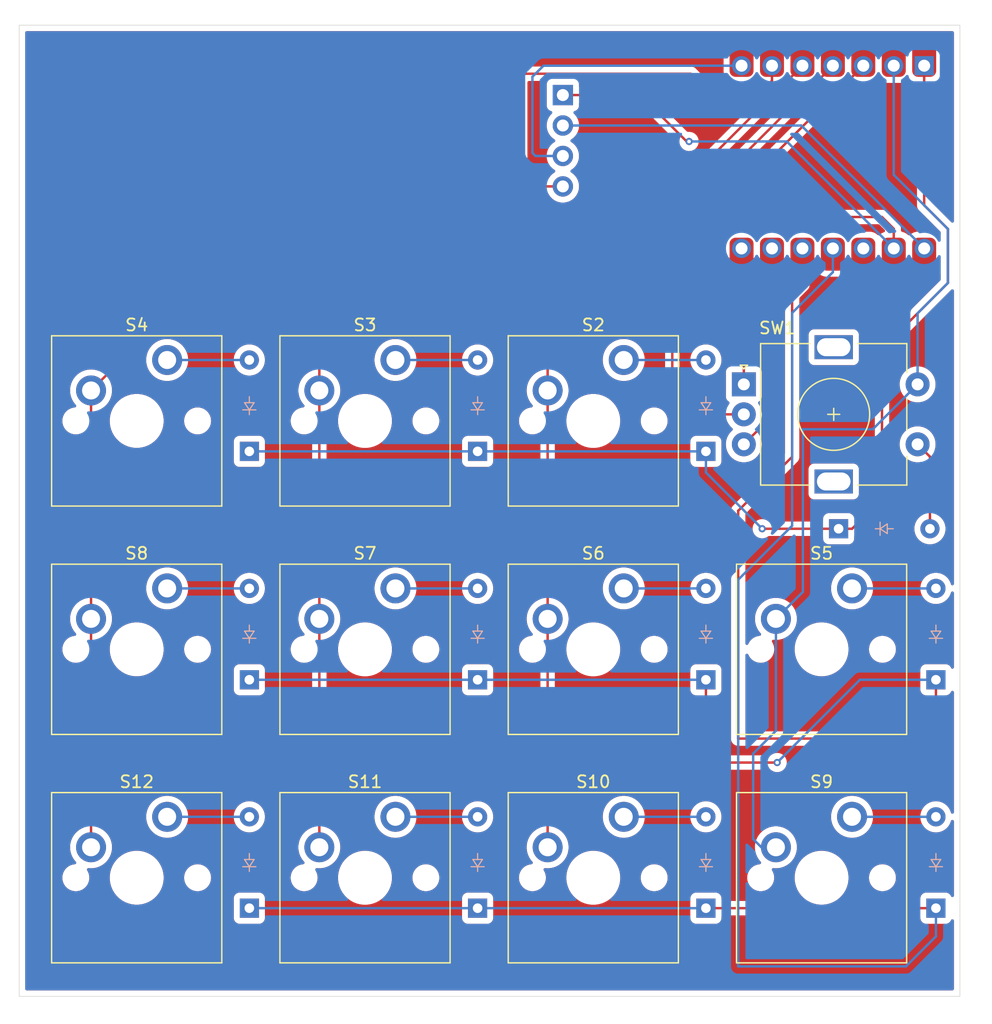
<source format=kicad_pcb>
(kicad_pcb (version 20241229) (generator "pcbnew") (generator_version "9.0")
  (layers (0 "F.Cu" signal) (2 "B.Cu" signal) (13 "F.Paste" user) (15 "B.Paste" user) (5 "F.SilkS" user "F.Silkscreen") (7 "B.SilkS" user "B.Silkscreen") (1 "F.Mask" user) (3 "B.Mask" user) (25 "Edge.Cuts" user))
  (net 0 "")
  (net 1 "Row 0")
  (net 2 "Net-(D2-A)")
  (net 3 "Net-(D3-A)")
  (net 4 "Net-(D4-A)")
  (net 5 "Net-(D5-A)")
  (net 6 "Row 1")
  (net 7 "Net-(D6-A)")
  (net 8 "Net-(D7-A)")
  (net 9 "Net-(D8-A)")
  (net 10 "Net-(D9-A)")
  (net 11 "Row 2")
  (net 12 "Net-(D10-A)")
  (net 13 "Net-(D11-A)")
  (net 14 "Net-(D12-A)")
  (net 15 "Col 0")
  (net 16 "Col 1")
  (net 17 "Col 2")
  (net 18 "Col 3")
  (net 20 "EC1SWA")
  (net 21 "GND")
  (net 22 "SDA")
  (net 23 "SCL")
  (net 24 "VCC")
  (net 25 "EC1A")
  (net 26 "EC1B")
  (footprint "PCM_Switch_Keyboard_Cherry_MX:SW_Cherry_MX_PCB_1.00u" (layer "F.Cu") (at 133.223 154.051)
    (property "Reference" "S5" (at 0 -8 0) (layer "F.SilkS"))
    (property "Value" "~")
    (fp_line (start -7.1 -7.1) (end -7.1 7.1) (stroke (width 0.12)) (layer "F.SilkS"))
    (fp_line (start -7.1 7.1) (end 7.1 7.1) (stroke (width 0.12)) (layer "F.SilkS"))
    (fp_line (start 7.1 -7.1) (end -7.1 -7.1) (stroke (width 0.12)) (layer "F.SilkS"))
    (fp_line (start 7.1 7.1) (end 7.1 -7.1) (stroke (width 0.12)) (layer "F.SilkS"))
    (pad "" np_thru_hole circle (at -5.08 0) (size 1.75 1.75) (drill 1.75) (layers "*.Cu" "*.Mask"))
    (pad "" np_thru_hole circle (at 0 0) (size 4 4) (drill 4) (layers "*.Cu" "*.Mask"))
    (pad "" np_thru_hole circle (at 5.08 0) (size 1.75 1.75) (drill 1.75) (layers "*.Cu" "*.Mask"))
    (pad "1" thru_hole circle (at -3.81 -2.54) (size 2.5 2.5) (drill 1.5) (layers "*.Cu" "*.Mask") (net 15 "Col 0"))
    (pad "2" thru_hole circle (at 2.54 -5.08) (size 2.5 2.5) (drill 1.5) (layers "*.Cu" "*.Mask") (net 5 "Net-(D5-A)"))
  )
  (footprint "Rotary_Encoder:RotaryEncoder_Alps_EC11E-Switch_Vertical_H20mm" (layer "F.Cu") (at 126.735 131.953)
    (property "Reference" "SW1" (at 2.8 -4.7 0) (layer "F.SilkS"))
    (property "Value" "RotaryEncoder_Switch")
    (fp_line (start -0.3 -1.6) (end 0.3 -1.6) (stroke (width 0.12)) (layer "F.SilkS"))
    (fp_line (start 0 -1.3) (end -0.3 -1.6) (stroke (width 0.12)) (layer "F.SilkS"))
    (fp_line (start 0.3 -1.6) (end 0 -1.3) (stroke (width 0.12)) (layer "F.SilkS"))
    (fp_line (start 1.4 -3.4) (end 1.4 8.4) (stroke (width 0.12)) (layer "F.SilkS"))
    (fp_line (start 5.5 -3.4) (end 1.4 -3.4) (stroke (width 0.12)) (layer "F.SilkS"))
    (fp_line (start 5.5 8.4) (end 1.4 8.4) (stroke (width 0.12)) (layer "F.SilkS"))
    (fp_line (start 7 2.5) (end 8 2.5) (stroke (width 0.12)) (layer "F.SilkS"))
    (fp_line (start 7.5 2) (end 7.5 3) (stroke (width 0.12)) (layer "F.SilkS"))
    (fp_line (start 9.5 -3.4) (end 13.6 -3.4) (stroke (width 0.12)) (layer "F.SilkS"))
    (fp_line (start 13.6 -3.4) (end 13.6 -1) (stroke (width 0.12)) (layer "F.SilkS"))
    (fp_line (start 13.6 1.2) (end 13.6 3.8) (stroke (width 0.12)) (layer "F.SilkS"))
    (fp_line (start 13.6 6) (end 13.6 8.4) (stroke (width 0.12)) (layer "F.SilkS"))
    (fp_line (start 13.6 8.4) (end 9.5 8.4) (stroke (width 0.12)) (layer "F.SilkS"))
    (fp_circle (center 7.5 2.5) (end 10.5 2.5) (stroke (width 0.12)) (fill no) (layer "F.SilkS"))
    (pad "A" thru_hole rect (at 0 0) (size 2 2) (drill 1) (layers "*.Cu" "*.Mask") (net 25 "EC1A"))
    (pad "B" thru_hole circle (at 0 5) (size 2 2) (drill 1) (layers "*.Cu" "*.Mask") (net 26 "EC1B"))
    (pad "C" thru_hole circle (at 0 2.5) (size 2 2) (drill 1) (layers "*.Cu" "*.Mask") (net 21 "GND"))
    (pad "MP" thru_hole rect (at 7.5 -3.1) (size 3.2 2) (drill oval 2.8 1.5) (layers "*.Cu" "*.Mask"))
    (pad "MP" thru_hole rect (at 7.5 8.1) (size 3.2 2) (drill oval 2.8 1.5) (layers "*.Cu" "*.Mask"))
    (pad "S1" thru_hole circle (at 14.5 5) (size 2 2) (drill 1) (layers "*.Cu" "*.Mask") (net 20 "EC1SWA"))
    (pad "S2" thru_hole circle (at 14.5 0) (size 2 2) (drill 1) (layers "*.Cu" "*.Mask") (net 15 "Col 0"))
  )
  (footprint "PCM_Switch_Keyboard_Cherry_MX:SW_Cherry_MX_PCB_1.00u" (layer "F.Cu") (at 114.173 154.051)
    (property "Reference" "S6" (at 0 -8 0) (layer "F.SilkS"))
    (property "Value" "~")
    (fp_line (start -7.1 -7.1) (end -7.1 7.1) (stroke (width 0.12)) (layer "F.SilkS"))
    (fp_line (start -7.1 7.1) (end 7.1 7.1) (stroke (width 0.12)) (layer "F.SilkS"))
    (fp_line (start 7.1 -7.1) (end -7.1 -7.1) (stroke (width 0.12)) (layer "F.SilkS"))
    (fp_line (start 7.1 7.1) (end 7.1 -7.1) (stroke (width 0.12)) (layer "F.SilkS"))
    (pad "" np_thru_hole circle (at -5.08 0) (size 1.75 1.75) (drill 1.75) (layers "*.Cu" "*.Mask"))
    (pad "" np_thru_hole circle (at 0 0) (size 4 4) (drill 4) (layers "*.Cu" "*.Mask"))
    (pad "" np_thru_hole circle (at 5.08 0) (size 1.75 1.75) (drill 1.75) (layers "*.Cu" "*.Mask"))
    (pad "1" thru_hole circle (at -3.81 -2.54) (size 2.5 2.5) (drill 1.5) (layers "*.Cu" "*.Mask") (net 16 "Col 1"))
    (pad "2" thru_hole circle (at 2.54 -5.08) (size 2.5 2.5) (drill 1.5) (layers "*.Cu" "*.Mask") (net 7 "Net-(D6-A)"))
  )
  (footprint "PCM_Switch_Keyboard_Cherry_MX:SW_Cherry_MX_PCB_1.00u" (layer "F.Cu") (at 76.073 135.001)
    (property "Reference" "S4" (at 0 -8 0) (layer "F.SilkS"))
    (property "Value" "~")
    (fp_line (start -7.1 -7.1) (end -7.1 7.1) (stroke (width 0.12)) (layer "F.SilkS"))
    (fp_line (start -7.1 7.1) (end 7.1 7.1) (stroke (width 0.12)) (layer "F.SilkS"))
    (fp_line (start 7.1 -7.1) (end -7.1 -7.1) (stroke (width 0.12)) (layer "F.SilkS"))
    (fp_line (start 7.1 7.1) (end 7.1 -7.1) (stroke (width 0.12)) (layer "F.SilkS"))
    (pad "" np_thru_hole circle (at -5.08 0) (size 1.75 1.75) (drill 1.75) (layers "*.Cu" "*.Mask"))
    (pad "" np_thru_hole circle (at 0 0) (size 4 4) (drill 4) (layers "*.Cu" "*.Mask"))
    (pad "" np_thru_hole circle (at 5.08 0) (size 1.75 1.75) (drill 1.75) (layers "*.Cu" "*.Mask"))
    (pad "1" thru_hole circle (at -3.81 -2.54) (size 2.5 2.5) (drill 1.5) (layers "*.Cu" "*.Mask") (net 18 "Col 3"))
    (pad "2" thru_hole circle (at 2.54 -5.08) (size 2.5 2.5) (drill 1.5) (layers "*.Cu" "*.Mask") (net 4 "Net-(D4-A)"))
  )
  (footprint "PCM_Switch_Keyboard_Cherry_MX:SW_Cherry_MX_PCB_1.00u" (layer "F.Cu") (at 114.173 173.101)
    (property "Reference" "S10" (at 0 -8 0) (layer "F.SilkS"))
    (property "Value" "~")
    (fp_line (start -7.1 -7.1) (end -7.1 7.1) (stroke (width 0.12)) (layer "F.SilkS"))
    (fp_line (start -7.1 7.1) (end 7.1 7.1) (stroke (width 0.12)) (layer "F.SilkS"))
    (fp_line (start 7.1 -7.1) (end -7.1 -7.1) (stroke (width 0.12)) (layer "F.SilkS"))
    (fp_line (start 7.1 7.1) (end 7.1 -7.1) (stroke (width 0.12)) (layer "F.SilkS"))
    (pad "" np_thru_hole circle (at -5.08 0) (size 1.75 1.75) (drill 1.75) (layers "*.Cu" "*.Mask"))
    (pad "" np_thru_hole circle (at 0 0) (size 4 4) (drill 4) (layers "*.Cu" "*.Mask"))
    (pad "" np_thru_hole circle (at 5.08 0) (size 1.75 1.75) (drill 1.75) (layers "*.Cu" "*.Mask"))
    (pad "1" thru_hole circle (at -3.81 -2.54) (size 2.5 2.5) (drill 1.5) (layers "*.Cu" "*.Mask") (net 16 "Col 1"))
    (pad "2" thru_hole circle (at 2.54 -5.08) (size 2.5 2.5) (drill 1.5) (layers "*.Cu" "*.Mask") (net 12 "Net-(D10-A)"))
  )
  (footprint "ScottoKeebs_MCU:Seeed_XIAO_RP2040" (layer "F.Cu") (at 134.165 112.995 -90)
    (property "Reference" "U1" (hide yes))
    (property "Value" "XIAO-RP2040-DIP")
    (pad "1" smd roundrect (at -8.065 -7.62 270) (size 2.75 2) (layers "F.Cu" "F.Mask" "F.Paste") (net 1 "Row 0"))
    (pad "1" thru_hole rect (at -7.62 -7.62) (size 1.6 1.6) (drill 1) (layers "*.Cu" "*.Mask") (net 1 "Row 0"))
    (pad "2" smd roundrect (at -8.065 -5.08 270) (size 2.75 2) (layers "F.Cu" "F.Mask" "F.Paste") (net 15 "Col 0"))
    (pad "2" thru_hole circle (at -7.62 -5.08) (size 1.6 1.6) (drill 1) (layers "*.Cu" "*.Mask") (net 15 "Col 0"))
    (pad "3" smd roundrect (at -8.065 -2.54 270) (size 2.75 2) (layers "F.Cu" "F.Mask" "F.Paste") (net 16 "Col 1"))
    (pad "3" thru_hole circle (at -7.62 -2.54) (size 1.6 1.6) (drill 1) (layers "*.Cu" "*.Mask") (net 16 "Col 1"))
    (pad "4" smd roundrect (at -8.065 0 270) (size 2.75 2) (layers "F.Cu" "F.Mask" "F.Paste") (net 17 "Col 2"))
    (pad "4" thru_hole circle (at -7.62 0) (size 1.6 1.6) (drill 1) (layers "*.Cu" "*.Mask") (net 17 "Col 2"))
    (pad "5" smd roundrect (at -8.065 2.54 270) (size 2.75 2) (layers "F.Cu" "F.Mask" "F.Paste") (net 18 "Col 3"))
    (pad "5" thru_hole circle (at -7.62 2.54) (size 1.6 1.6) (drill 1) (layers "*.Cu" "*.Mask") (net 18 "Col 3"))
    (pad "6" smd roundrect (at -8.065 5.08 270) (size 2.75 2) (layers "F.Cu" "F.Mask" "F.Paste") (net 22 "SDA"))
    (pad "6" thru_hole circle (at -7.62 5.08) (size 1.6 1.6) (drill 1) (layers "*.Cu" "*.Mask") (net 22 "SDA"))
    (pad "7" smd roundrect (at -8.065 7.62 270) (size 2.75 2) (layers "F.Cu" "F.Mask" "F.Paste") (net 23 "SCL"))
    (pad "7" thru_hole circle (at -7.62 7.62) (size 1.6 1.6) (drill 1) (layers "*.Cu" "*.Mask") (net 23 "SCL"))
    (pad "8" thru_hole circle (at 7.62 7.62) (size 1.6 1.6) (drill 1) (layers "*.Cu" "*.Mask") (net 25 "EC1A"))
    (pad "8" smd roundrect (at 8.1 7.62 270) (size 2.75 2) (layers "F.Cu" "F.Mask" "F.Paste") (net 25 "EC1A"))
    (pad "9" thru_hole circle (at 7.62 5.08) (size 1.6 1.6) (drill 1) (layers "*.Cu" "*.Mask") (net 26 "EC1B"))
    (pad "9" smd roundrect (at 8.1 5.08 270) (size 2.75 2) (layers "F.Cu" "F.Mask" "F.Paste") (net 26 "EC1B"))
    (pad "10" thru_hole circle (at 7.62 2.54) (size 1.6 1.6) (drill 1) (layers "*.Cu" "*.Mask") (net 6 "Row 1"))
    (pad "10" smd roundrect (at 8.1 2.54 270) (size 2.75 2) (layers "F.Cu" "F.Mask" "F.Paste") (net 6 "Row 1"))
    (pad "11" thru_hole circle (at 7.62 0) (size 1.6 1.6) (drill 1) (layers "*.Cu" "*.Mask") (net 11 "Row 2"))
    (pad "11" smd roundrect (at 8.1 0 270) (size 2.75 2) (layers "F.Cu" "F.Mask" "F.Paste") (net 11 "Row 2"))
    (pad "12" thru_hole circle (at 7.62 -2.54) (size 1.6 1.6) (drill 1) (layers "*.Cu" "*.Mask"))
    (pad "12" smd roundrect (at 8.1 -2.54 270) (size 2.75 2) (layers "F.Cu" "F.Mask" "F.Paste"))
    (pad "13" thru_hole circle (at 7.62 -5.08) (size 1.6 1.6) (drill 1) (layers "*.Cu" "*.Mask") (net 21 "GND"))
    (pad "13" smd roundrect (at 8.1 -5.08 270) (size 2.75 2) (layers "F.Cu" "F.Mask" "F.Paste") (net 21 "GND"))
    (pad "14" thru_hole circle (at 7.62 -7.62) (size 1.6 1.6) (drill 1) (layers "*.Cu" "*.Mask") (net 24 "VCC"))
    (pad "14" smd roundrect (at 8.1 -7.62 270) (size 2.75 2) (layers "F.Cu" "F.Mask" "F.Paste") (net 24 "VCC"))
  )
  (footprint "PCM_Switch_Keyboard_Cherry_MX:SW_Cherry_MX_PCB_1.00u" (layer "F.Cu") (at 133.223 173.101)
    (property "Reference" "S9" (at 0 -8 0) (layer "F.SilkS"))
    (property "Value" "~")
    (fp_line (start -7.1 -7.1) (end -7.1 7.1) (stroke (width 0.12)) (layer "F.SilkS"))
    (fp_line (start -7.1 7.1) (end 7.1 7.1) (stroke (width 0.12)) (layer "F.SilkS"))
    (fp_line (start 7.1 -7.1) (end -7.1 -7.1) (stroke (width 0.12)) (layer "F.SilkS"))
    (fp_line (start 7.1 7.1) (end 7.1 -7.1) (stroke (width 0.12)) (layer "F.SilkS"))
    (pad "" np_thru_hole circle (at -5.08 0) (size 1.75 1.75) (drill 1.75) (layers "*.Cu" "*.Mask"))
    (pad "" np_thru_hole circle (at 0 0) (size 4 4) (drill 4) (layers "*.Cu" "*.Mask"))
    (pad "" np_thru_hole circle (at 5.08 0) (size 1.75 1.75) (drill 1.75) (layers "*.Cu" "*.Mask"))
    (pad "1" thru_hole circle (at -3.81 -2.54) (size 2.5 2.5) (drill 1.5) (layers "*.Cu" "*.Mask") (net 15 "Col 0"))
    (pad "2" thru_hole circle (at 2.54 -5.08) (size 2.5 2.5) (drill 1.5) (layers "*.Cu" "*.Mask") (net 10 "Net-(D9-A)"))
  )
  (footprint "PCM_Switch_Keyboard_Cherry_MX:SW_Cherry_MX_PCB_1.00u" (layer "F.Cu") (at 76.073 154.051)
    (property "Reference" "S8" (at 0 -8 0) (layer "F.SilkS"))
    (property "Value" "~")
    (fp_line (start -7.1 -7.1) (end -7.1 7.1) (stroke (width 0.12)) (layer "F.SilkS"))
    (fp_line (start -7.1 7.1) (end 7.1 7.1) (stroke (width 0.12)) (layer "F.SilkS"))
    (fp_line (start 7.1 -7.1) (end -7.1 -7.1) (stroke (width 0.12)) (layer "F.SilkS"))
    (fp_line (start 7.1 7.1) (end 7.1 -7.1) (stroke (width 0.12)) (layer "F.SilkS"))
    (pad "" np_thru_hole circle (at -5.08 0) (size 1.75 1.75) (drill 1.75) (layers "*.Cu" "*.Mask"))
    (pad "" np_thru_hole circle (at 0 0) (size 4 4) (drill 4) (layers "*.Cu" "*.Mask"))
    (pad "" np_thru_hole circle (at 5.08 0) (size 1.75 1.75) (drill 1.75) (layers "*.Cu" "*.Mask"))
    (pad "1" thru_hole circle (at -3.81 -2.54) (size 2.5 2.5) (drill 1.5) (layers "*.Cu" "*.Mask") (net 18 "Col 3"))
    (pad "2" thru_hole circle (at 2.54 -5.08) (size 2.5 2.5) (drill 1.5) (layers "*.Cu" "*.Mask") (net 9 "Net-(D8-A)"))
  )
  (footprint "PCM_Switch_Keyboard_Cherry_MX:SW_Cherry_MX_PCB_1.00u" (layer "F.Cu") (at 95.123 173.101)
    (property "Reference" "S11" (at 0 -8 0) (layer "F.SilkS"))
    (property "Value" "~")
    (fp_line (start -7.1 -7.1) (end -7.1 7.1) (stroke (width 0.12)) (layer "F.SilkS"))
    (fp_line (start -7.1 7.1) (end 7.1 7.1) (stroke (width 0.12)) (layer "F.SilkS"))
    (fp_line (start 7.1 -7.1) (end -7.1 -7.1) (stroke (width 0.12)) (layer "F.SilkS"))
    (fp_line (start 7.1 7.1) (end 7.1 -7.1) (stroke (width 0.12)) (layer "F.SilkS"))
    (pad "" np_thru_hole circle (at -5.08 0) (size 1.75 1.75) (drill 1.75) (layers "*.Cu" "*.Mask"))
    (pad "" np_thru_hole circle (at 0 0) (size 4 4) (drill 4) (layers "*.Cu" "*.Mask"))
    (pad "" np_thru_hole circle (at 5.08 0) (size 1.75 1.75) (drill 1.75) (layers "*.Cu" "*.Mask"))
    (pad "1" thru_hole circle (at -3.81 -2.54) (size 2.5 2.5) (drill 1.5) (layers "*.Cu" "*.Mask") (net 17 "Col 2"))
    (pad "2" thru_hole circle (at 2.54 -5.08) (size 2.5 2.5) (drill 1.5) (layers "*.Cu" "*.Mask") (net 13 "Net-(D11-A)"))
  )
  (footprint "PCM_Switch_Keyboard_Cherry_MX:SW_Cherry_MX_PCB_1.00u" (layer "F.Cu") (at 114.173 135.001)
    (property "Reference" "S2" (at 0 -8 0) (layer "F.SilkS"))
    (property "Value" "~")
    (fp_line (start -7.1 -7.1) (end -7.1 7.1) (stroke (width 0.12)) (layer "F.SilkS"))
    (fp_line (start -7.1 7.1) (end 7.1 7.1) (stroke (width 0.12)) (layer "F.SilkS"))
    (fp_line (start 7.1 -7.1) (end -7.1 -7.1) (stroke (width 0.12)) (layer "F.SilkS"))
    (fp_line (start 7.1 7.1) (end 7.1 -7.1) (stroke (width 0.12)) (layer "F.SilkS"))
    (pad "" np_thru_hole circle (at -5.08 0) (size 1.75 1.75) (drill 1.75) (layers "*.Cu" "*.Mask"))
    (pad "" np_thru_hole circle (at 0 0) (size 4 4) (drill 4) (layers "*.Cu" "*.Mask"))
    (pad "" np_thru_hole circle (at 5.08 0) (size 1.75 1.75) (drill 1.75) (layers "*.Cu" "*.Mask"))
    (pad "1" thru_hole circle (at -3.81 -2.54) (size 2.5 2.5) (drill 1.5) (layers "*.Cu" "*.Mask") (net 16 "Col 1"))
    (pad "2" thru_hole circle (at 2.54 -5.08) (size 2.5 2.5) (drill 1.5) (layers "*.Cu" "*.Mask") (net 2 "Net-(D2-A)"))
  )
  (footprint "ScottoKeebs_Components:OLED_128x32" (layer "F.Cu") (at 113.233 117.623 180)
    (property "Reference" "J1" (hide yes))
    (property "Value" "OLED_128x32")
    (pad "1" thru_hole rect (at 1.6 9.8) (size 1.7 1.7) (drill 1) (layers "*.Cu" "*.Mask") (net 21 "GND"))
    (pad "2" thru_hole oval (at 1.6 7.26) (size 1.7 1.7) (drill 1) (layers "*.Cu" "*.Mask") (net 24 "VCC"))
    (pad "3" thru_hole oval (at 1.6 4.72) (size 1.7 1.7) (drill 1) (layers "*.Cu" "*.Mask") (net 23 "SCL"))
    (pad "4" thru_hole oval (at 1.6 2.18) (size 1.7 1.7) (drill 1) (layers "*.Cu" "*.Mask") (net 22 "SDA"))
  )
  (footprint "PCM_Switch_Keyboard_Cherry_MX:SW_Cherry_MX_PCB_1.00u" (layer "F.Cu") (at 76.073 173.101)
    (property "Reference" "S12" (at 0 -8 0) (layer "F.SilkS"))
    (property "Value" "~")
    (fp_line (start -7.1 -7.1) (end -7.1 7.1) (stroke (width 0.12)) (layer "F.SilkS"))
    (fp_line (start -7.1 7.1) (end 7.1 7.1) (stroke (width 0.12)) (layer "F.SilkS"))
    (fp_line (start 7.1 -7.1) (end -7.1 -7.1) (stroke (width 0.12)) (layer "F.SilkS"))
    (fp_line (start 7.1 7.1) (end 7.1 -7.1) (stroke (width 0.12)) (layer "F.SilkS"))
    (pad "" np_thru_hole circle (at -5.08 0) (size 1.75 1.75) (drill 1.75) (layers "*.Cu" "*.Mask"))
    (pad "" np_thru_hole circle (at 0 0) (size 4 4) (drill 4) (layers "*.Cu" "*.Mask"))
    (pad "" np_thru_hole circle (at 5.08 0) (size 1.75 1.75) (drill 1.75) (layers "*.Cu" "*.Mask"))
    (pad "1" thru_hole circle (at -3.81 -2.54) (size 2.5 2.5) (drill 1.5) (layers "*.Cu" "*.Mask") (net 18 "Col 3"))
    (pad "2" thru_hole circle (at 2.54 -5.08) (size 2.5 2.5) (drill 1.5) (layers "*.Cu" "*.Mask") (net 14 "Net-(D12-A)"))
  )
  (footprint "PCM_Switch_Keyboard_Cherry_MX:SW_Cherry_MX_PCB_1.00u" (layer "F.Cu") (at 95.123 154.051)
    (property "Reference" "S7" (at 0 -8 0) (layer "F.SilkS"))
    (property "Value" "~")
    (fp_line (start -7.1 -7.1) (end -7.1 7.1) (stroke (width 0.12)) (layer "F.SilkS"))
    (fp_line (start -7.1 7.1) (end 7.1 7.1) (stroke (width 0.12)) (layer "F.SilkS"))
    (fp_line (start 7.1 -7.1) (end -7.1 -7.1) (stroke (width 0.12)) (layer "F.SilkS"))
    (fp_line (start 7.1 7.1) (end 7.1 -7.1) (stroke (width 0.12)) (layer "F.SilkS"))
    (pad "" np_thru_hole circle (at -5.08 0) (size 1.75 1.75) (drill 1.75) (layers "*.Cu" "*.Mask"))
    (pad "" np_thru_hole circle (at 0 0) (size 4 4) (drill 4) (layers "*.Cu" "*.Mask"))
    (pad "" np_thru_hole circle (at 5.08 0) (size 1.75 1.75) (drill 1.75) (layers "*.Cu" "*.Mask"))
    (pad "1" thru_hole circle (at -3.81 -2.54) (size 2.5 2.5) (drill 1.5) (layers "*.Cu" "*.Mask") (net 17 "Col 2"))
    (pad "2" thru_hole circle (at 2.54 -5.08) (size 2.5 2.5) (drill 1.5) (layers "*.Cu" "*.Mask") (net 8 "Net-(D7-A)"))
  )
  (footprint "PCM_Switch_Keyboard_Cherry_MX:SW_Cherry_MX_PCB_1.00u" (layer "F.Cu") (at 95.123 135.001)
    (property "Reference" "S3" (at 0 -8 0) (layer "F.SilkS"))
    (property "Value" "~")
    (fp_line (start -7.1 -7.1) (end -7.1 7.1) (stroke (width 0.12)) (layer "F.SilkS"))
    (fp_line (start -7.1 7.1) (end 7.1 7.1) (stroke (width 0.12)) (layer "F.SilkS"))
    (fp_line (start 7.1 -7.1) (end -7.1 -7.1) (stroke (width 0.12)) (layer "F.SilkS"))
    (fp_line (start 7.1 7.1) (end 7.1 -7.1) (stroke (width 0.12)) (layer "F.SilkS"))
    (pad "" np_thru_hole circle (at -5.08 0) (size 1.75 1.75) (drill 1.75) (layers "*.Cu" "*.Mask"))
    (pad "" np_thru_hole circle (at 0 0) (size 4 4) (drill 4) (layers "*.Cu" "*.Mask"))
    (pad "" np_thru_hole circle (at 5.08 0) (size 1.75 1.75) (drill 1.75) (layers "*.Cu" "*.Mask"))
    (pad "1" thru_hole circle (at -3.81 -2.54) (size 2.5 2.5) (drill 1.5) (layers "*.Cu" "*.Mask") (net 17 "Col 2"))
    (pad "2" thru_hole circle (at 2.54 -5.08) (size 2.5 2.5) (drill 1.5) (layers "*.Cu" "*.Mask") (net 3 "Net-(D3-A)"))
  )
  (footprint "ScottoKeebs_Components:Diode_DO-35" (layer "B.Cu") (at 85.471 156.591 90)
    (property "Reference" "D8" (hide yes))
    (property "Value" "~" (hide yes))
    (fp_line (start 4.06 -0.4) (end 3.46 0) (stroke (width 0.1)) (layer "B.SilkS"))
    (fp_line (start 4.06 0) (end 4.56 0) (stroke (width 0.1)) (layer "B.SilkS"))
    (fp_line (start 3.46 0) (end 4.06 0.4) (stroke (width 0.1)) (layer "B.SilkS"))
    (fp_line (start 3.06 0) (end 3.46 0) (stroke (width 0.1)) (layer "B.SilkS"))
    (fp_line (start 4.06 0.4) (end 4.06 -0.4) (stroke (width 0.1)) (layer "B.SilkS"))
    (fp_line (start 3.46 0.55) (end 3.46 -0.55) (stroke (width 0.1)) (layer "B.SilkS"))
    (pad "1" thru_hole rect (at 0 0 90) (size 1.6 1.6) (drill 0.8) (layers "*.Cu" "*.Mask") (net 6 "Row 1"))
    (pad "2" thru_hole oval (at 7.62 0 90) (size 1.6 1.6) (drill 0.8) (layers "*.Cu" "*.Mask") (net 9 "Net-(D8-A)"))
  )
  (footprint "ScottoKeebs_Components:Diode_DO-35" (layer "B.Cu") (at 142.765 175.641 90)
    (property "Reference" "D9" (hide yes))
    (property "Value" "~" (hide yes))
    (fp_line (start 4.06 -0.4) (end 3.46 0) (stroke (width 0.1)) (layer "B.SilkS"))
    (fp_line (start 4.06 0) (end 4.56 0) (stroke (width 0.1)) (layer "B.SilkS"))
    (fp_line (start 3.46 0) (end 4.06 0.4) (stroke (width 0.1)) (layer "B.SilkS"))
    (fp_line (start 3.06 0) (end 3.46 0) (stroke (width 0.1)) (layer "B.SilkS"))
    (fp_line (start 4.06 0.4) (end 4.06 -0.4) (stroke (width 0.1)) (layer "B.SilkS"))
    (fp_line (start 3.46 0.55) (end 3.46 -0.55) (stroke (width 0.1)) (layer "B.SilkS"))
    (pad "1" thru_hole rect (at 0 0 90) (size 1.6 1.6) (drill 0.8) (layers "*.Cu" "*.Mask") (net 11 "Row 2"))
    (pad "2" thru_hole oval (at 7.62 0 90) (size 1.6 1.6) (drill 0.8) (layers "*.Cu" "*.Mask") (net 10 "Net-(D9-A)"))
  )
  (footprint "ScottoKeebs_Components:Diode_DO-35" (layer "B.Cu") (at 104.521 175.641 90)
    (property "Reference" "D11" (hide yes))
    (property "Value" "~" (hide yes))
    (fp_line (start 4.06 -0.4) (end 3.46 0) (stroke (width 0.1)) (layer "B.SilkS"))
    (fp_line (start 4.06 0) (end 4.56 0) (stroke (width 0.1)) (layer "B.SilkS"))
    (fp_line (start 3.46 0) (end 4.06 0.4) (stroke (width 0.1)) (layer "B.SilkS"))
    (fp_line (start 3.06 0) (end 3.46 0) (stroke (width 0.1)) (layer "B.SilkS"))
    (fp_line (start 4.06 0.4) (end 4.06 -0.4) (stroke (width 0.1)) (layer "B.SilkS"))
    (fp_line (start 3.46 0.55) (end 3.46 -0.55) (stroke (width 0.1)) (layer "B.SilkS"))
    (pad "1" thru_hole rect (at 0 0 90) (size 1.6 1.6) (drill 0.8) (layers "*.Cu" "*.Mask") (net 11 "Row 2"))
    (pad "2" thru_hole oval (at 7.62 0 90) (size 1.6 1.6) (drill 0.8) (layers "*.Cu" "*.Mask") (net 13 "Net-(D11-A)"))
  )
  (footprint "ScottoKeebs_Components:Diode_DO-35" (layer "B.Cu") (at 104.521 137.541 90)
    (property "Reference" "D3" (hide yes))
    (property "Value" "~" (hide yes))
    (fp_line (start 4.06 -0.4) (end 3.46 0) (stroke (width 0.1)) (layer "B.SilkS"))
    (fp_line (start 4.06 0) (end 4.56 0) (stroke (width 0.1)) (layer "B.SilkS"))
    (fp_line (start 3.46 0) (end 4.06 0.4) (stroke (width 0.1)) (layer "B.SilkS"))
    (fp_line (start 3.06 0) (end 3.46 0) (stroke (width 0.1)) (layer "B.SilkS"))
    (fp_line (start 4.06 0.4) (end 4.06 -0.4) (stroke (width 0.1)) (layer "B.SilkS"))
    (fp_line (start 3.46 0.55) (end 3.46 -0.55) (stroke (width 0.1)) (layer "B.SilkS"))
    (pad "1" thru_hole rect (at 0 0 90) (size 1.6 1.6) (drill 0.8) (layers "*.Cu" "*.Mask") (net 1 "Row 0"))
    (pad "2" thru_hole oval (at 7.62 0 90) (size 1.6 1.6) (drill 0.8) (layers "*.Cu" "*.Mask") (net 3 "Net-(D3-A)"))
  )
  (footprint "ScottoKeebs_Components:Diode_DO-35" (layer "B.Cu") (at 142.765 156.591 90)
    (property "Reference" "D5" (hide yes))
    (property "Value" "~" (hide yes))
    (fp_line (start 4.06 -0.4) (end 3.46 0) (stroke (width 0.1)) (layer "B.SilkS"))
    (fp_line (start 4.06 0) (end 4.56 0) (stroke (width 0.1)) (layer "B.SilkS"))
    (fp_line (start 3.46 0) (end 4.06 0.4) (stroke (width 0.1)) (layer "B.SilkS"))
    (fp_line (start 3.06 0) (end 3.46 0) (stroke (width 0.1)) (layer "B.SilkS"))
    (fp_line (start 4.06 0.4) (end 4.06 -0.4) (stroke (width 0.1)) (layer "B.SilkS"))
    (fp_line (start 3.46 0.55) (end 3.46 -0.55) (stroke (width 0.1)) (layer "B.SilkS"))
    (pad "1" thru_hole rect (at 0 0 90) (size 1.6 1.6) (drill 0.8) (layers "*.Cu" "*.Mask") (net 6 "Row 1"))
    (pad "2" thru_hole oval (at 7.62 0 90) (size 1.6 1.6) (drill 0.8) (layers "*.Cu" "*.Mask") (net 5 "Net-(D5-A)"))
  )
  (footprint "ScottoKeebs_Components:Diode_DO-35" (layer "B.Cu") (at 85.471 137.541 90)
    (property "Reference" "D4" (hide yes))
    (property "Value" "~" (hide yes))
    (fp_line (start 4.06 -0.4) (end 3.46 0) (stroke (width 0.1)) (layer "B.SilkS"))
    (fp_line (start 4.06 0) (end 4.56 0) (stroke (width 0.1)) (layer "B.SilkS"))
    (fp_line (start 3.46 0) (end 4.06 0.4) (stroke (width 0.1)) (layer "B.SilkS"))
    (fp_line (start 3.06 0) (end 3.46 0) (stroke (width 0.1)) (layer "B.SilkS"))
    (fp_line (start 4.06 0.4) (end 4.06 -0.4) (stroke (width 0.1)) (layer "B.SilkS"))
    (fp_line (start 3.46 0.55) (end 3.46 -0.55) (stroke (width 0.1)) (layer "B.SilkS"))
    (pad "1" thru_hole rect (at 0 0 90) (size 1.6 1.6) (drill 0.8) (layers "*.Cu" "*.Mask") (net 1 "Row 0"))
    (pad "2" thru_hole oval (at 7.62 0 90) (size 1.6 1.6) (drill 0.8) (layers "*.Cu" "*.Mask") (net 4 "Net-(D4-A)"))
  )
  (footprint "ScottoKeebs_Components:Diode_DO-35" (layer "B.Cu") (at 123.571 175.641 90)
    (property "Reference" "D10" (hide yes))
    (property "Value" "~" (hide yes))
    (fp_line (start 4.06 -0.4) (end 3.46 0) (stroke (width 0.1)) (layer "B.SilkS"))
    (fp_line (start 4.06 0) (end 4.56 0) (stroke (width 0.1)) (layer "B.SilkS"))
    (fp_line (start 3.46 0) (end 4.06 0.4) (stroke (width 0.1)) (layer "B.SilkS"))
    (fp_line (start 3.06 0) (end 3.46 0) (stroke (width 0.1)) (layer "B.SilkS"))
    (fp_line (start 4.06 0.4) (end 4.06 -0.4) (stroke (width 0.1)) (layer "B.SilkS"))
    (fp_line (start 3.46 0.55) (end 3.46 -0.55) (stroke (width 0.1)) (layer "B.SilkS"))
    (pad "1" thru_hole rect (at 0 0 90) (size 1.6 1.6) (drill 0.8) (layers "*.Cu" "*.Mask") (net 11 "Row 2"))
    (pad "2" thru_hole oval (at 7.62 0 90) (size 1.6 1.6) (drill 0.8) (layers "*.Cu" "*.Mask") (net 12 "Net-(D10-A)"))
  )
  (footprint "ScottoKeebs_Components:Diode_DO-35" (layer "B.Cu") (at 104.521 156.591 90)
    (property "Reference" "D7" (hide yes))
    (property "Value" "~" (hide yes))
    (fp_line (start 4.06 -0.4) (end 3.46 0) (stroke (width 0.1)) (layer "B.SilkS"))
    (fp_line (start 4.06 0) (end 4.56 0) (stroke (width 0.1)) (layer "B.SilkS"))
    (fp_line (start 3.46 0) (end 4.06 0.4) (stroke (width 0.1)) (layer "B.SilkS"))
    (fp_line (start 3.06 0) (end 3.46 0) (stroke (width 0.1)) (layer "B.SilkS"))
    (fp_line (start 4.06 0.4) (end 4.06 -0.4) (stroke (width 0.1)) (layer "B.SilkS"))
    (fp_line (start 3.46 0.55) (end 3.46 -0.55) (stroke (width 0.1)) (layer "B.SilkS"))
    (pad "1" thru_hole rect (at 0 0 90) (size 1.6 1.6) (drill 0.8) (layers "*.Cu" "*.Mask") (net 6 "Row 1"))
    (pad "2" thru_hole oval (at 7.62 0 90) (size 1.6 1.6) (drill 0.8) (layers "*.Cu" "*.Mask") (net 8 "Net-(D7-A)"))
  )
  (footprint "ScottoKeebs_Components:Diode_DO-35" (layer "B.Cu") (at 134.645 143.995)
    (property "Reference" "D1" (hide yes))
    (property "Value" "~" (hide yes))
    (fp_line (start 3.06 0) (end 3.46 0) (stroke (width 0.1)) (layer "B.SilkS"))
    (fp_line (start 3.46 0) (end 4.06 0.4) (stroke (width 0.1)) (layer "B.SilkS"))
    (fp_line (start 3.46 0.55) (end 3.46 -0.55) (stroke (width 0.1)) (layer "B.SilkS"))
    (fp_line (start 4.06 -0.4) (end 3.46 0) (stroke (width 0.1)) (layer "B.SilkS"))
    (fp_line (start 4.06 0) (end 4.56 0) (stroke (width 0.1)) (layer "B.SilkS"))
    (fp_line (start 4.06 0.4) (end 4.06 -0.4) (stroke (width 0.1)) (layer "B.SilkS"))
    (pad "1" thru_hole rect (at 0 0) (size 1.6 1.6) (drill 0.8) (layers "*.Cu" "*.Mask") (net 1 "Row 0"))
    (pad "2" thru_hole oval (at 7.62 0) (size 1.6 1.6) (drill 0.8) (layers "*.Cu" "*.Mask") (net 20 "EC1SWA"))
  )
  (footprint "ScottoKeebs_Components:Diode_DO-35" (layer "B.Cu") (at 85.471 175.641 90)
    (property "Reference" "D12" (hide yes))
    (property "Value" "~" (hide yes))
    (fp_line (start 4.06 -0.4) (end 3.46 0) (stroke (width 0.1)) (layer "B.SilkS"))
    (fp_line (start 4.06 0) (end 4.56 0) (stroke (width 0.1)) (layer "B.SilkS"))
    (fp_line (start 3.46 0) (end 4.06 0.4) (stroke (width 0.1)) (layer "B.SilkS"))
    (fp_line (start 3.06 0) (end 3.46 0) (stroke (width 0.1)) (layer "B.SilkS"))
    (fp_line (start 4.06 0.4) (end 4.06 -0.4) (stroke (width 0.1)) (layer "B.SilkS"))
    (fp_line (start 3.46 0.55) (end 3.46 -0.55) (stroke (width 0.1)) (layer "B.SilkS"))
    (pad "1" thru_hole rect (at 0 0 90) (size 1.6 1.6) (drill 0.8) (layers "*.Cu" "*.Mask") (net 11 "Row 2"))
    (pad "2" thru_hole oval (at 7.62 0 90) (size 1.6 1.6) (drill 0.8) (layers "*.Cu" "*.Mask") (net 14 "Net-(D12-A)"))
  )
  (footprint "ScottoKeebs_Components:Diode_DO-35" (layer "B.Cu") (at 123.571 156.591 90)
    (property "Reference" "D6" (hide yes))
    (property "Value" "~" (hide yes))
    (fp_line (start 4.06 -0.4) (end 3.46 0) (stroke (width 0.1)) (layer "B.SilkS"))
    (fp_line (start 4.06 0) (end 4.56 0) (stroke (width 0.1)) (layer "B.SilkS"))
    (fp_line (start 3.46 0) (end 4.06 0.4) (stroke (width 0.1)) (layer "B.SilkS"))
    (fp_line (start 3.06 0) (end 3.46 0) (stroke (width 0.1)) (layer "B.SilkS"))
    (fp_line (start 4.06 0.4) (end 4.06 -0.4) (stroke (width 0.1)) (layer "B.SilkS"))
    (fp_line (start 3.46 0.55) (end 3.46 -0.55) (stroke (width 0.1)) (layer "B.SilkS"))
    (pad "1" thru_hole rect (at 0 0 90) (size 1.6 1.6) (drill 0.8) (layers "*.Cu" "*.Mask") (net 6 "Row 1"))
    (pad "2" thru_hole oval (at 7.62 0 90) (size 1.6 1.6) (drill 0.8) (layers "*.Cu" "*.Mask") (net 7 "Net-(D6-A)"))
  )
  (footprint "ScottoKeebs_Components:Diode_DO-35" (layer "B.Cu") (at 123.571 137.541 90)
    (property "Reference" "D2" (hide yes))
    (property "Value" "~" (hide yes))
    (fp_line (start 4.06 -0.4) (end 3.46 0) (stroke (width 0.1)) (layer "B.SilkS"))
    (fp_line (start 4.06 0) (end 4.56 0) (stroke (width 0.1)) (layer "B.SilkS"))
    (fp_line (start 3.46 0) (end 4.06 0.4) (stroke (width 0.1)) (layer "B.SilkS"))
    (fp_line (start 3.06 0) (end 3.46 0) (stroke (width 0.1)) (layer "B.SilkS"))
    (fp_line (start 4.06 0.4) (end 4.06 -0.4) (stroke (width 0.1)) (layer "B.SilkS"))
    (fp_line (start 3.46 0.55) (end 3.46 -0.55) (stroke (width 0.1)) (layer "B.SilkS"))
    (pad "1" thru_hole rect (at 0 0 90) (size 1.6 1.6) (drill 0.8) (layers "*.Cu" "*.Mask") (net 1 "Row 0"))
    (pad "2" thru_hole oval (at 7.62 0 90) (size 1.6 1.6) (drill 0.8) (layers "*.Cu" "*.Mask") (net 2 "Net-(D2-A)"))
  )
  (gr_rect (start 66.265 101.995) (end 144.765 182.995) (stroke (width 0.05)) (fill no) (layer "Edge.Cuts"))
  (segment (start 138.265 141.495) (end 135.765 143.995) (width 0.2) (layer "F.Cu") (net 1))
  (segment (start 135.765 143.995) (end 134.645 143.995) (width 0.2) (layer "F.Cu") (net 1))
  (segment (start 138.265 128.995) (end 138.265 141.495) (width 0.2) (layer "F.Cu") (net 1))
  (segment (start 141.785 105.375) (end 141.785 117.015) (width 0.2) (layer "F.Cu") (net 1))
  (segment (start 143.765 123.495) (end 138.265 128.995) (width 0.2) (layer "F.Cu") (net 1))
  (segment (start 141.785 117.015) (end 143.765 118.995) (width 0.2) (layer "F.Cu") (net 1))
  (segment (start 143.765 118.995) (end 143.765 123.495) (width 0.2) (layer "F.Cu") (net 1))
  (segment (start 128.265 143.995) (end 134.645 143.995) (width 0.2) (layer "F.Cu") (net 1))
  (via (at 128.265 143.995) (size 0.6) (drill 0.3) (layers "F.Cu" "B.Cu") (net 1))
  (segment (start 123.571 137.541) (end 123.571 139.301) (width 0.2) (layer "B.Cu") (net 1))
  (segment (start 85.471 137.541) (end 123.571 137.541) (width 0.2) (layer "B.Cu") (net 1))
  (segment (start 123.571 139.301) (end 128.265 143.995) (width 0.2) (layer "B.Cu") (net 1))
  (segment (start 116.713 129.921) (end 123.571 129.921) (width 0.2) (layer "B.Cu") (net 2))
  (segment (start 97.663 129.921) (end 104.521 129.921) (width 0.2) (layer "B.Cu") (net 3))
  (segment (start 78.613 129.921) (end 85.471 129.921) (width 0.2) (layer "B.Cu") (net 4))
  (segment (start 135.763 148.971) (end 142.765 148.971) (width 0.2) (layer "B.Cu") (net 5))
  (segment (start 140.265 161.495) (end 126.265 161.495) (width 0.2) (layer "F.Cu") (net 6))
  (segment (start 129.515 163.495) (end 124.515 163.495) (width 0.2) (layer "F.Cu") (net 6))
  (segment (start 123.571 162.551) (end 123.571 156.591) (width 0.2) (layer "F.Cu") (net 6))
  (segment (start 126.265 161.495) (end 126.265 142.495) (width 0.2) (layer "F.Cu") (net 6))
  (segment (start 131.625 123.635) (end 131.625 121.095) (width 0.2) (layer "F.Cu") (net 6))
  (segment (start 130.765 124.495) (end 131.625 123.635) (width 0.2) (layer "F.Cu") (net 6))
  (segment (start 124.515 163.495) (end 123.571 162.551) (width 0.2) (layer "F.Cu") (net 6))
  (segment (start 126.265 142.495) (end 130.765 137.995) (width 0.2) (layer "F.Cu") (net 6))
  (segment (start 142.765 156.591) (end 142.765 158.995) (width 0.2) (layer "F.Cu") (net 6))
  (segment (start 130.765 137.995) (end 130.765 124.495) (width 0.2) (layer "F.Cu") (net 6))
  (segment (start 142.765 158.995) (end 140.265 161.495) (width 0.2) (layer "F.Cu") (net 6))
  (via (at 129.515 163.495) (size 0.6) (drill 0.3) (layers "F.Cu" "B.Cu") (net 6))
  (segment (start 85.471 156.591) (end 123.571 156.591) (width 0.2) (layer "B.Cu") (net 6))
  (segment (start 136.419 156.591) (end 129.515 163.495) (width 0.2) (layer "B.Cu") (net 6))
  (segment (start 142.765 156.591) (end 136.419 156.591) (width 0.2) (layer "B.Cu") (net 6))
  (segment (start 116.713 148.971) (end 123.571 148.971) (width 0.2) (layer "B.Cu") (net 7))
  (segment (start 97.663 148.971) (end 104.521 148.971) (width 0.2) (layer "B.Cu") (net 8))
  (segment (start 78.613 148.971) (end 85.471 148.971) (width 0.2) (layer "B.Cu") (net 9))
  (segment (start 135.763 168.021) (end 142.765 168.021) (width 0.2) (layer "B.Cu") (net 10))
  (segment (start 139.119 175.641) (end 142.765 175.641) (width 0.2) (layer "F.Cu") (net 11))
  (segment (start 130.015 177.495) (end 137.265 177.495) (width 0.2) (layer "F.Cu") (net 11))
  (segment (start 123.571 175.641) (end 128.161 175.641) (width 0.2) (layer "F.Cu") (net 11))
  (segment (start 128.161 175.641) (end 130.015 177.495) (width 0.2) (layer "F.Cu") (net 11))
  (segment (start 137.265 177.495) (end 139.119 175.641) (width 0.2) (layer "F.Cu") (net 11))
  (segment (start 134.165 122.595) (end 130.765 125.995) (width 0.2) (layer "B.Cu") (net 11))
  (segment (start 85.471 175.641) (end 123.571 175.641) (width 0.2) (layer "B.Cu") (net 11))
  (segment (start 140.265 180.495) (end 142.765 177.995) (width 0.2) (layer "B.Cu") (net 11))
  (segment (start 130.765 143.745) (end 126.265 148.245) (width 0.2) (layer "B.Cu") (net 11))
  (segment (start 142.765 177.995) (end 142.765 175.641) (width 0.2) (layer "B.Cu") (net 11))
  (segment (start 134.165 120.615) (end 134.165 122.595) (width 0.2) (layer "B.Cu") (net 11))
  (segment (start 126.265 180.495) (end 140.265 180.495) (width 0.2) (layer "B.Cu") (net 11))
  (segment (start 126.265 148.245) (end 126.265 180.495) (width 0.2) (layer "B.Cu") (net 11))
  (segment (start 130.765 125.995) (end 130.765 143.745) (width 0.2) (layer "B.Cu") (net 11))
  (segment (start 116.713 168.021) (end 123.571 168.021) (width 0.2) (layer "B.Cu") (net 12))
  (segment (start 97.663 168.021) (end 104.521 168.021) (width 0.2) (layer "B.Cu") (net 13))
  (segment (start 78.613 168.021) (end 85.471 168.021) (width 0.2) (layer "B.Cu") (net 14))
  (segment (start 131.665 149.259) (end 131.665 135.695) (width 0.2) (layer "B.Cu") (net 15))
  (segment (start 139.245 114.475) (end 143.765 118.995) (width 0.2) (layer "B.Cu") (net 15))
  (segment (start 128.199 170.561) (end 129.413 170.561) (width 0.2) (layer "B.Cu") (net 15))
  (segment (start 143.765 118.995) (end 143.765 123.495) (width 0.2) (layer "B.Cu") (net 15))
  (segment (start 127.515 169.877) (end 128.199 170.561) (width 0.2) (layer "B.Cu") (net 15))
  (segment (start 131.665 135.695) (end 137.493 135.695) (width 0.2) (layer "B.Cu") (net 15))
  (segment (start 143.765 123.495) (end 141.235 126.025) (width 0.2) (layer "B.Cu") (net 15))
  (segment (start 141.235 126.025) (end 141.235 131.953) (width 0.2) (layer "B.Cu") (net 15))
  (segment (start 129.413 151.511) (end 129.413 160.847) (width 0.2) (layer "B.Cu") (net 15))
  (segment (start 139.245 105.375) (end 139.245 114.475) (width 0.2) (layer "B.Cu") (net 15))
  (segment (start 137.493 135.695) (end 141.235 131.953) (width 0.2) (layer "B.Cu") (net 15))
  (segment (start 129.413 151.511) (end 131.665 149.259) (width 0.2) (layer "B.Cu") (net 15))
  (segment (start 127.515 162.745) (end 127.515 169.877) (width 0.2) (layer "B.Cu") (net 15))
  (segment (start 129.413 160.847) (end 127.515 162.745) (width 0.2) (layer "B.Cu") (net 15))
  (segment (start 121.049 121.031) (end 136.705 105.375) (width 0.2) (layer "F.Cu") (net 16))
  (segment (start 110.363 132.461) (end 110.363 121.285) (width 0.2) (layer "F.Cu") (net 16))
  (segment (start 110.617 121.031) (end 121.049 121.031) (width 0.2) (layer "F.Cu") (net 16))
  (segment (start 110.363 132.461) (end 110.363 170.561) (width 0.2) (layer "F.Cu") (net 16))
  (segment (start 110.363 121.285) (end 110.617 121.031) (width 0.2) (layer "F.Cu") (net 16))
  (segment (start 91.567 119.507) (end 120.033 119.507) (width 0.2) (layer "F.Cu") (net 17))
  (segment (start 91.313 132.461) (end 91.313 170.561) (width 0.2) (layer "F.Cu") (net 17))
  (segment (start 91.313 119.761) (end 91.567 119.507) (width 0.2) (layer "F.Cu") (net 17))
  (segment (start 120.033 119.507) (end 134.165 105.375) (width 0.2) (layer "F.Cu") (net 17))
  (segment (start 91.313 132.461) (end 91.313 119.761) (width 0.2) (layer "F.Cu") (net 17))
  (segment (start 72.263 132.461) (end 72.263 170.561) (width 0.2) (layer "F.Cu") (net 18))
  (segment (start 118.763 118.237) (end 131.625 105.375) (width 0.2) (layer "F.Cu") (net 18))
  (segment (start 72.263 132.461) (end 86.487 118.237) (width 0.2) (layer "F.Cu") (net 18))
  (segment (start 86.487 118.237) (end 118.763 118.237) (width 0.2) (layer "F.Cu") (net 18))
  (segment (start 141.235 136.953) (end 142.265 137.983) (width 0.2) (layer "F.Cu") (net 20))
  (segment (start 142.265 137.983) (end 142.265 143.995) (width 0.2) (layer "F.Cu") (net 20))
  (segment (start 121.965 111.695) (end 118.093 107.823) (width 0.2) (layer "F.Cu") (net 21))
  (segment (start 120.765 131.995) (end 120.765 123.245) (width 0.2) (layer "F.Cu") (net 21))
  (segment (start 138.265 117.995) (end 139.245 118.975) (width 0.2) (layer "F.Cu") (net 21))
  (segment (start 123.265 134.495) (end 120.765 131.995) (width 0.2) (layer "F.Cu") (net 21))
  (segment (start 126.015 117.995) (end 138.265 117.995) (width 0.2) (layer "F.Cu") (net 21))
  (segment (start 123.307 134.453) (end 123.265 134.495) (width 0.2) (layer "F.Cu") (net 21))
  (segment (start 126.735 134.453) (end 123.307 134.453) (width 0.2) (layer "F.Cu") (net 21))
  (segment (start 139.245 118.975) (end 139.245 120.615) (width 0.2) (layer "F.Cu") (net 21))
  (segment (start 120.765 123.245) (end 126.015 117.995) (width 0.2) (layer "F.Cu") (net 21))
  (segment (start 118.093 107.823) (end 111.633 107.823) (width 0.2) (layer "F.Cu") (net 21))
  (segment (start 122.165 111.695) (end 121.965 111.695) (width 0.2) (layer "F.Cu") (net 21))
  (via (at 122.165 111.695) (size 0.6) (drill 0.3) (layers "F.Cu" "B.Cu") (net 21))
  (segment (start 130.325 111.695) (end 122.165 111.695) (width 0.2) (layer "B.Cu") (net 21))
  (segment (start 139.245 120.615) (end 130.325 111.695) (width 0.2) (layer "B.Cu") (net 21))
  (segment (start 127.889 107.823) (end 129.085 106.627) (width 0.2) (layer "F.Cu") (net 22))
  (segment (start 108.077 115.443) (end 108.077 106.045) (width 0.2) (layer "F.Cu") (net 22))
  (segment (start 124.079 107.823) (end 127.889 107.823) (width 0.2) (layer "F.Cu") (net 22))
  (segment (start 111.633 115.443) (end 108.077 115.443) (width 0.2) (layer "F.Cu") (net 22))
  (segment (start 108.077 106.045) (end 122.301 106.045) (width 0.2) (layer "F.Cu") (net 22))
  (segment (start 122.301 106.045) (end 124.079 107.823) (width 0.2) (layer "F.Cu") (net 22))
  (segment (start 129.085 106.627) (end 129.085 105.375) (width 0.2) (layer "F.Cu") (net 22))
  (segment (start 109.093 112.649) (end 109.347 112.903) (width 0.2) (layer "B.Cu") (net 23))
  (segment (start 109.347 112.903) (end 111.633 112.903) (width 0.2) (layer "B.Cu") (net 23))
  (segment (start 109.093 106.299) (end 109.093 112.649) (width 0.2) (layer "B.Cu") (net 23))
  (segment (start 126.545 105.375) (end 110.017 105.375) (width 0.2) (layer "B.Cu") (net 23))
  (segment (start 110.017 105.375) (end 109.093 106.299) (width 0.2) (layer "B.Cu") (net 23))
  (segment (start 131.533 110.363) (end 141.785 120.615) (width 0.2) (layer "B.Cu") (net 24))
  (segment (start 111.633 110.363) (end 131.533 110.363) (width 0.2) (layer "B.Cu") (net 24))
  (segment (start 126.735 131.953) (end 126.735 120.805) (width 0.2) (layer "F.Cu") (net 25))
  (segment (start 126.735 120.805) (end 126.545 120.615) (width 0.2) (layer "F.Cu") (net 25))
  (segment (start 126.735 136.953) (end 129.085 134.603) (width 0.2) (layer "F.Cu") (net 26))
  (segment (start 129.085 134.603) (end 129.085 120.615) (width 0.2) (layer "F.Cu") (net 26))
  (zone (net 0) (net_name "") (layers "F.Cu" "B.Cu") (connect_pads (clearance 0.5)) (min_thickness 0.25) (fill yes (thermal_gap 0.5) (thermal_bridge_width 0.5) (island_removal_mode 1) (island_area_min 10))
    (polygon (pts (xy 147.465 99.895) (xy 64.665 99.895) (xy 64.665 185.295) (xy 146.765 185.295)))
  )
)
</source>
